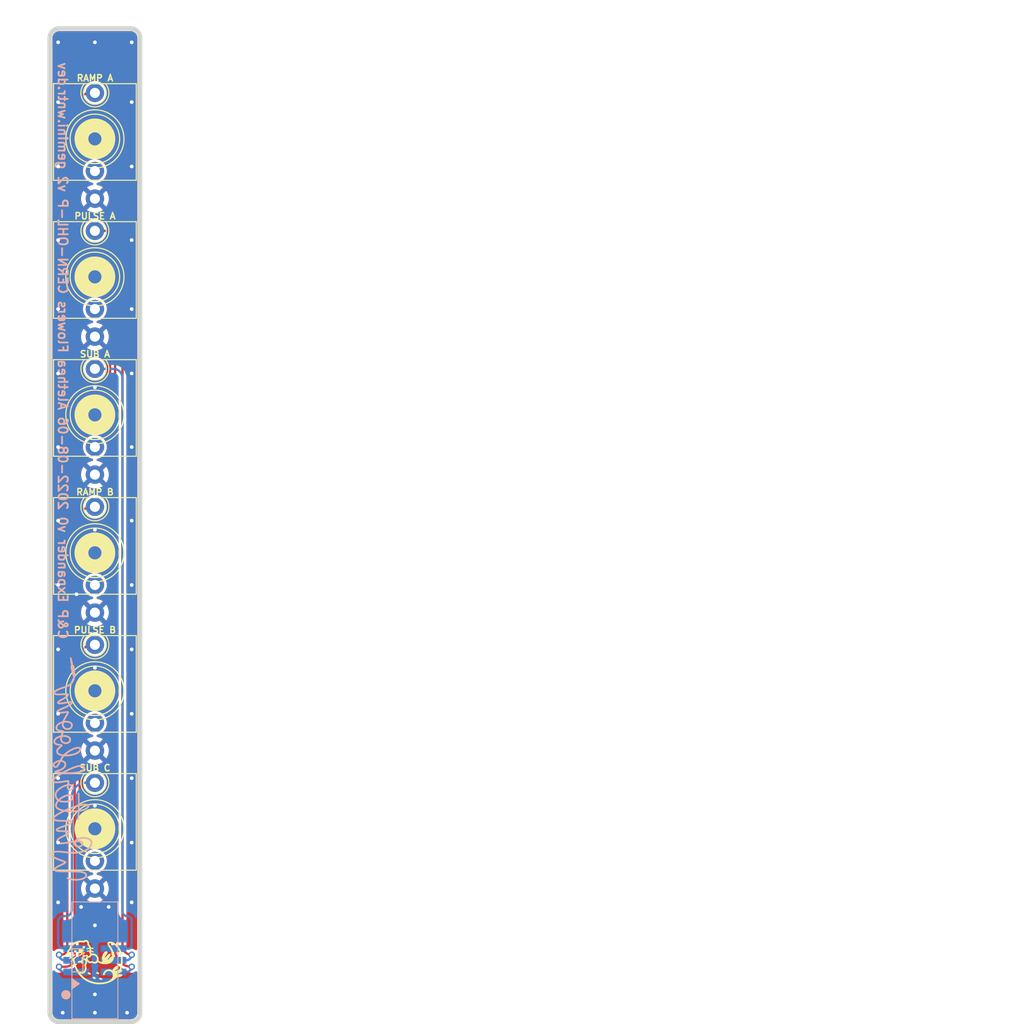
<source format=kicad_pcb>
(kicad_pcb (version 20241229) (generator "pcbnew") (generator_version "9.0")
  (title_block (title "C&P Expander") (date "2022-08-06") (rev "v0") (company "Winterbloom") (comment 1 "Alethea Flowers") (comment 2 "CERN-OHL-P v2") (comment 3 "gemini.wntr.dev"))
  (layers (0 "F.Cu" signal) (2 "B.Cu" signal) (13 "F.Paste" user) (15 "B.Paste" user) (5 "F.SilkS" user "F.Silkscreen") (7 "B.SilkS" user "B.Silkscreen") (1 "F.Mask" user) (3 "B.Mask" user) (25 "Edge.Cuts" user))
  (net 0 "")
  (net 1 "GND")
  (net 2 "/POLLUX_PULSE_IN")
  (net 3 "/CASTOR_RAMP_IN")
  (net 4 "/POLLUX_RAMP_IN")
  (net 5 "/CASTOR_PULSE_IN")
  (net 6 "/POLLUX_SUB_IN")
  (net 7 "/CASTOR_SUB_IN")
  (footprint "winterbloom:AudioJack_WQP518MA" (layer "F.Cu") (at 95.7 94.7)
    (property "Reference" "J4" (hide yes))
    (property "Value" "SUB A" (at 0.01 -6.61 180) (layer "F.SilkS") (effects (font (size 0.7 0.7))))
    (pad "S" thru_hole circle (at 0 6.5) (size 2 2) (drill 1.1) (layers "*.Cu" "*.Mask") (net 1 "GND"))
    (pad "T" thru_hole circle (at 0 -5) (size 2 2) (drill 1.1) (layers "*.Cu" "*.Mask") (net 7 "/CASTOR_SUB_IN"))
    (pad "TN" thru_hole circle (at 0 3.5) (size 2 2) (drill 1.1) (layers "*.Cu" "*.Mask"))
    (zone (net 0) (net_name "") (layer "F.Cu") (connect_pads (clearance 0)) (min_thickness 0.254)
      (keepout (tracks not_allowed) (vias not_allowed) (pads not_allowed) (copperpour not_allowed) (footprints not_allowed))
      (fill (thermal_gap 0.508) (thermal_bridge_width 0.508))
      (polygon (pts (xy 96.6 93.5) (xy 97.1 94.1) (xy 97.2 94.7) (xy 97.1 95.3) (xy 96.6 95.9) (xy 95.7 96.2) (xy 94.8 95.9) (xy 94.3 95.3) (xy 94.2 94.7) (xy 94.3 94.1) (xy 94.8 93.5) (xy 95.7 93.2)))
    )
  )
  (footprint "winterbloom:AudioJack_WQP518MA" (layer "F.Cu") (at 95.7 109.7)
    (property "Reference" "J5" (hide yes))
    (property "Value" "RAMP B" (at 0.01 -6.61 180) (layer "F.SilkS") (effects (font (size 0.7 0.7))))
    (pad "S" thru_hole circle (at 0 6.5) (size 2 2) (drill 1.1) (layers "*.Cu" "*.Mask") (net 1 "GND"))
    (pad "T" thru_hole circle (at 0 -5) (size 2 2) (drill 1.1) (layers "*.Cu" "*.Mask") (net 4 "/POLLUX_RAMP_IN"))
    (pad "TN" thru_hole circle (at 0 3.5) (size 2 2) (drill 1.1) (layers "*.Cu" "*.Mask"))
    (zone (net 0) (net_name "") (layer "F.Cu") (connect_pads (clearance 0)) (min_thickness 0.254)
      (keepout (tracks not_allowed) (vias not_allowed) (pads not_allowed) (copperpour not_allowed) (footprints not_allowed))
      (fill (thermal_gap 0.508) (thermal_bridge_width 0.508))
      (polygon (pts (xy 96.6 108.5) (xy 97.1 109.1) (xy 97.2 109.7) (xy 97.1 110.3) (xy 96.6 110.9) (xy 95.7 111.2) (xy 94.8 110.9) (xy 94.3 110.3) (xy 94.2 109.7) (xy 94.3 109.1) (xy 94.8 108.5) (xy 95.7 108.2)))
    )
  )
  (footprint "winterbloom:AudioJack_WQP518MA" (layer "F.Cu") (at 95.7 124.7)
    (property "Reference" "J6" (hide yes))
    (property "Value" "PULSE B" (at 0.01 -6.61 180) (layer "F.SilkS") (effects (font (size 0.7 0.7))))
    (pad "S" thru_hole circle (at 0 6.5) (size 2 2) (drill 1.1) (layers "*.Cu" "*.Mask") (net 1 "GND"))
    (pad "T" thru_hole circle (at 0 -5) (size 2 2) (drill 1.1) (layers "*.Cu" "*.Mask") (net 2 "/POLLUX_PULSE_IN"))
    (pad "TN" thru_hole circle (at 0 3.5) (size 2 2) (drill 1.1) (layers "*.Cu" "*.Mask"))
    (zone (net 0) (net_name "") (layer "F.Cu") (connect_pads (clearance 0)) (min_thickness 0.254)
      (keepout (tracks not_allowed) (vias not_allowed) (pads not_allowed) (copperpour not_allowed) (footprints not_allowed))
      (fill (thermal_gap 0.508) (thermal_bridge_width 0.508))
      (polygon (pts (xy 96.6 123.5) (xy 97.1 124.1) (xy 97.2 124.7) (xy 97.1 125.3) (xy 96.6 125.9) (xy 95.7 126.2) (xy 94.8 125.9) (xy 94.3 125.3) (xy 94.2 124.7) (xy 94.3 124.1) (xy 94.8 123.5) (xy 95.7 123.2)))
    )
  )
  (footprint "winterbloom:AudioJack_WQP518MA" (layer "F.Cu") (at 95.7 79.7)
    (property "Reference" "J3" (hide yes))
    (property "Value" "PULSE A" (at 0.01 -6.61 180) (layer "F.SilkS") (effects (font (size 0.7 0.7))))
    (pad "S" thru_hole circle (at 0 6.5) (size 2 2) (drill 1.1) (layers "*.Cu" "*.Mask") (net 1 "GND"))
    (pad "T" thru_hole circle (at 0 -5) (size 2 2) (drill 1.1) (layers "*.Cu" "*.Mask") (net 5 "/CASTOR_PULSE_IN"))
    (pad "TN" thru_hole circle (at 0 3.5) (size 2 2) (drill 1.1) (layers "*.Cu" "*.Mask"))
    (zone (net 0) (net_name "") (layer "F.Cu") (connect_pads (clearance 0)) (min_thickness 0.254)
      (keepout (tracks not_allowed) (vias not_allowed) (pads not_allowed) (copperpour not_allowed) (footprints not_allowed))
      (fill (thermal_gap 0.508) (thermal_bridge_width 0.508))
      (polygon (pts (xy 96.6 78.5) (xy 97.1 79.1) (xy 97.2 79.7) (xy 97.1 80.3) (xy 96.6 80.9) (xy 95.7 81.2) (xy 94.8 80.9) (xy 94.3 80.3) (xy 94.2 79.7) (xy 94.3 79.1) (xy 94.8 78.5) (xy 95.7 78.2)))
    )
  )
  (footprint "winterbloom:AudioJack_WQP518MA" (layer "F.Cu") (at 95.7 139.7)
    (property "Reference" "J7" (hide yes))
    (property "Value" "SUB C" (at 0.01 -6.61 180) (layer "F.SilkS") (effects (font (size 0.7 0.7))))
    (pad "S" thru_hole circle (at 0 6.5) (size 2 2) (drill 1.1) (layers "*.Cu" "*.Mask") (net 1 "GND"))
    (pad "T" thru_hole circle (at 0 -5) (size 2 2) (drill 1.1) (layers "*.Cu" "*.Mask") (net 6 "/POLLUX_SUB_IN"))
    (pad "TN" thru_hole circle (at 0 3.5) (size 2 2) (drill 1.1) (layers "*.Cu" "*.Mask"))
    (zone (net 0) (net_name "") (layer "F.Cu") (connect_pads (clearance 0)) (min_thickness 0.254)
      (keepout (tracks not_allowed) (vias not_allowed) (pads not_allowed) (copperpour not_allowed) (footprints not_allowed))
      (fill (thermal_gap 0.508) (thermal_bridge_width 0.508))
      (polygon (pts (xy 96.6 138.5) (xy 97.1 139.1) (xy 97.2 139.7) (xy 97.1 140.3) (xy 96.6 140.9) (xy 95.7 141.2) (xy 94.8 140.9) (xy 94.3 140.3) (xy 94.2 139.7) (xy 94.3 139.1) (xy 94.8 138.5) (xy 95.7 138.2)))
    )
  )
  (footprint "winterbloom:AudioJack_WQP518MA" (layer "F.Cu") (at 95.7 64.7)
    (property "Reference" "J2" (hide yes))
    (property "Value" "RAMP A" (at 0.01 -6.61 180) (layer "F.SilkS") (effects (font (size 0.7 0.7))))
    (pad "S" thru_hole circle (at 0 6.5) (size 2 2) (drill 1.1) (layers "*.Cu" "*.Mask") (net 1 "GND"))
    (pad "T" thru_hole circle (at 0 -5) (size 2 2) (drill 1.1) (layers "*.Cu" "*.Mask") (net 3 "/CASTOR_RAMP_IN"))
    (pad "TN" thru_hole circle (at 0 3.5) (size 2 2) (drill 1.1) (layers "*.Cu" "*.Mask"))
    (zone (net 0) (net_name "") (layer "F.Cu") (connect_pads (clearance 0)) (min_thickness 0.254)
      (keepout (tracks not_allowed) (vias not_allowed) (pads not_allowed) (copperpour not_allowed) (footprints not_allowed))
      (fill (thermal_gap 0.508) (thermal_bridge_width 0.508))
      (polygon (pts (xy 96.6 63.5) (xy 97.1 64.1) (xy 97.2 64.7) (xy 97.1 65.3) (xy 96.6 65.9) (xy 95.7 66.2) (xy 94.8 65.9) (xy 94.3 65.3) (xy 94.2 64.7) (xy 94.3 64.1) (xy 94.8 63.5) (xy 95.7 63.2)))
    )
  )
  (footprint "Graphics" (layer "F.Cu") (at 95.7 154.2)
    (property "Reference" "" (at 0 0 0) (layer "F.SilkS") (effects (font (size 1.27 1.27))))
    (property "Value" "" (at 0 0 0) (layer "F.SilkS") (effects (font (size 1.27 1.27))))
  )
  (footprint "winterbloom:Symbol_Winterbloom_25mm" (layer "B.Cu") (at 93.2 133.2 90)
    (property "Reference" "G***" (hide yes))
    (property "Value" "LOGO" (hide yes))
  )
  (footprint "winterbloom:Connector_Cortex_Debug_IDC_2x05_P1.27mm_Vertical_Shrouded_SMD" (layer "B.Cu") (at 95.7 154)
    (property "Reference" "J1" (hide yes))
    (property "Value" "EXT" (hide yes))
    (pad "1" smd rect (at -2.03 2.54) (size 2.79 0.74) (layers "B.Cu" "B.Mask" "B.Paste") (net 1 "GND"))
    (pad "2" smd rect (at 2.03 2.54) (size 2.79 0.74) (layers "B.Cu" "B.Mask" "B.Paste") (net 1 "GND"))
    (pad "3" smd rect (at -2.03 1.27) (size 2.79 0.74) (layers "B.Cu" "B.Mask" "B.Paste") (net 2 "/POLLUX_PULSE_IN"))
    (pad "4" smd rect (at 2.03 1.27) (size 2.79 0.74) (layers "B.Cu" "B.Mask" "B.Paste") (net 3 "/CASTOR_RAMP_IN"))
    (pad "5" smd rect (at -2.03 0) (size 2.79 0.74) (layers "B.Cu" "B.Mask" "B.Paste") (net 4 "/POLLUX_RAMP_IN"))
    (pad "6" smd rect (at 2.03 0) (size 2.79 0.74) (layers "B.Cu" "B.Mask" "B.Paste") (net 5 "/CASTOR_PULSE_IN"))
    (pad "7" smd rect (at -2.03 -1.27) (size 2.79 0.74) (layers "B.Cu" "B.Mask" "B.Paste") (net 6 "/POLLUX_SUB_IN"))
    (pad "8" smd rect (at 2.03 -1.27) (size 2.79 0.74) (layers "B.Cu" "B.Mask" "B.Paste") (net 7 "/CASTOR_SUB_IN"))
    (pad "9" smd rect (at -2.03 -2.54) (size 2.79 0.74) (layers "B.Cu" "B.Mask" "B.Paste") (net 1 "GND"))
    (pad "10" smd rect (at 2.03 -2.54) (size 2.79 0.74) (layers "B.Cu" "B.Mask" "B.Paste") (net 1 "GND"))
  )
  (gr_arc (start 100.6 159.7) (mid 100.307107 160.407107) (end 99.6 160.7) (stroke (width 0.5)) (layer "Edge.Cuts"))
  (gr_arc (start 91.8 160.7) (mid 91.092893 160.407107) (end 90.8 159.7) (stroke (width 0.5)) (layer "Edge.Cuts"))
  (gr_arc (start 99.6 52.7) (mid 100.307107 52.992893) (end 100.6 53.7) (stroke (width 0.5)) (layer "Edge.Cuts"))
  (gr_line (start 91.8 52.7) (end 99.6 52.7) (stroke (width 0.5)) (layer "Edge.Cuts"))
  (gr_arc (start 90.8 53.7) (mid 91.092893 52.992893) (end 91.8 52.7) (stroke (width 0.5)) (layer "Edge.Cuts"))
  (gr_line (start 90.8 159.7) (end 90.8 53.7) (stroke (width 0.5)) (layer "Edge.Cuts"))
  (gr_line (start 99.6 160.7) (end 91.8 160.7) (stroke (width 0.5)) (layer "Edge.Cuts"))
  (gr_line (start 100.6 53.7) (end 100.6 159.7) (stroke (width 0.5)) (layer "Edge.Cuts"))
  (gr_text "${TITLE} ${REVISION} ${ISSUE_DATE} ${COMMENT1} ${COMMENT2} ${COMMENT3}" (at 92.2 119.2 -90) (layer "B.SilkS") (effects (font (size 1 1) (thickness 0.2)) (justify left mirror)))
  (via (at 91.7 127.2) (size 0.7) (drill 0.4) (layers "F.Cu" "B.Cu") (net 1))
  (via (at 97.2 148.2) (size 0.7) (drill 0.4) (layers "F.Cu" "B.Cu") (net 1))
  (via (at 99.7 83.2) (size 0.7) (drill 0.4) (layers "F.Cu" "B.Cu") (net 1))
  (via (at 95.7 107.2) (size 0.7) (drill 0.4) (layers "F.Cu" "B.Cu") (net 1))
  (via (at 91.7 90.2) (size 0.7) (drill 0.4) (layers "F.Cu" "B.Cu") (net 1))
  (via (at 95.7 159.7) (size 0.7) (drill 0.4) (layers "F.Cu" "B.Cu") (net 1))
  (via (at 99.7 141.2) (size 0.7) (drill 0.4) (layers "F.Cu" "B.Cu") (net 1))
  (via (at 93.7 114.2) (size 0.7) (drill 0.4) (layers "F.Cu" "B.Cu") (net 1))
  (via (at 99.2 159.7) (size 0.7) (drill 0.4) (layers "F.Cu" "B.Cu") (net 1))
  (via (at 91.7 134.2) (size 0.7) (drill 0.4) (layers "F.Cu" "B.Cu") (net 1))
  (via (at 95.7 137.2) (size 0.7) (drill 0.4) (layers "F.Cu" "B.Cu") (net 1))
  (via (at 99.7 147.7) (size 0.7) (drill 0.4) (layers "F.Cu" "B.Cu") (net 1))
  (via (at 99.7 127.2) (size 0.7) (drill 0.4) (layers "F.Cu" "B.Cu") (net 1))
  (via (at 94.2 148.2) (size 0.7) (drill 0.4) (layers "F.Cu" "B.Cu") (net 1))
  (via (at 99.7 98.2) (size 0.7) (drill 0.4) (layers "F.Cu" "B.Cu") (net 1))
  (via (at 99.7 60.7) (size 0.7) (drill 0.4) (layers "F.Cu" "B.Cu") (net 1))
  (via (at 91.7 67.7) (size 0.7) (drill 0.4) (layers "F.Cu" "B.Cu") (net 1))
  (via (at 99.7 106.2) (size 0.7) (drill 0.4) (layers "F.Cu" "B.Cu") (net 1))
  (via (at 95.7 54.2) (size 0.7) (drill 0.4) (layers "F.Cu" "B.Cu") (net 1))
  (via (at 91.7 75.7) (size 0.7) (drill 0.4) (layers "F.Cu" "B.Cu") (net 1))
  (via (at 92.2 159.7) (size 0.7) (drill 0.4) (layers "F.Cu" "B.Cu") (net 1))
  (via (at 99.7 113.2) (size 0.7) (drill 0.4) (layers "F.Cu" "B.Cu") (net 1))
  (via (at 99.7 90.2) (size 0.7) (drill 0.4) (layers "F.Cu" "B.Cu") (net 1))
  (via (at 91.7 98.2) (size 0.7) (drill 0.4) (layers "F.Cu" "B.Cu") (net 1))
  (via (at 91.7 83.2) (size 0.7) (drill 0.4) (layers "F.Cu" "B.Cu") (net 1))
  (via (at 99.7 54.2) (size 0.7) (drill 0.4) (layers "F.Cu" "B.Cu") (net 1))
  (via (at 95.7 91.7) (size 0.7) (drill 0.4) (layers "F.Cu" "B.Cu") (net 1))
  (via (at 99.7 120.2) (size 0.7) (drill 0.4) (layers "F.Cu" "B.Cu") (net 1))
  (via (at 95.7 150.2) (size 0.7) (drill 0.4) (layers "F.Cu" "B.Cu") (net 1))
  (via (at 99.7 75.7) (size 0.7) (drill 0.4) (layers "F.Cu" "B.Cu") (net 1))
  (via (at 91.7 54.2) (size 0.7) (drill 0.4) (layers "F.Cu" "B.Cu") (net 1))
  (via (at 91.7 106.2) (size 0.7) (drill 0.4) (layers "F.Cu" "B.Cu") (net 1))
  (via (at 95.7 157.7) (size 0.7) (drill 0.4) (layers "F.Cu" "B.Cu") (net 1))
  (via (at 91.7 147.7) (size 0.7) (drill 0.4) (layers "F.Cu" "B.Cu") (net 1))
  (via (at 95.7 122.2) (size 0.7) (drill 0.4) (layers "F.Cu" "B.Cu") (net 1))
  (via (at 99.7 67.7) (size 0.7) (drill 0.4) (layers "F.Cu" "B.Cu") (net 1))
  (via (at 91.7 141.2) (size 0.7) (drill 0.4) (layers "F.Cu" "B.Cu") (net 1))
  (via (at 91.7 60.7) (size 0.7) (drill 0.4) (layers "F.Cu" "B.Cu") (net 1))
  (via (at 91.7 120.2) (size 0.7) (drill 0.4) (layers "F.Cu" "B.Cu") (net 1))
  (via (at 99.7 134.2) (size 0.7) (drill 0.4) (layers "F.Cu" "B.Cu") (net 1))
  (via (at 91.7 113.2) (size 0.7) (drill 0.4) (layers "F.Cu" "B.Cu") (net 1))
  (segment (start 91.8 154.7) (end 92.5 154.7) (width 0.25) (layer "F.Cu") (net 2))
  (segment (start 93.5 153.7) (end 93.5 121.9) (width 0.25) (layer "F.Cu") (net 2))
  (via (at 91.8 154.7) (size 0.7) (drill 0.4) (layers "F.Cu" "B.Cu") (net 2))
  (arc (start 93.5 121.9) (mid 94.144365 120.344365) (end 95.7 119.7) (width 0.25) (layer "F.Cu") (net 2))
  (arc (start 92.5 154.7) (mid 93.207107 154.407107) (end 93.5 153.7) (width 0.25) (layer "F.Cu") (net 2))
  (segment (start 93.67 155.27) (end 92.37 155.27) (width 0.25) (layer "B.Cu") (net 2))
  (arc (start 92.37 155.27) (mid 91.966949 155.103051) (end 91.8 154.7) (width 0.25) (layer "B.Cu") (net 2))
  (segment (start 93.1 74.8) (end 93.1 62) (width 0.25) (layer "F.Cu") (net 3))
  (segment (start 95.4 59.7) (end 95.7 59.7) (width 0.25) (layer "F.Cu") (net 3))
  (segment (start 97.9 152.9) (end 97.9 79.6) (width 0.25) (layer "F.Cu") (net 3))
  (via (at 99.7 154.7) (size 0.7) (drill 0.4) (layers "F.Cu" "B.Cu") (net 3))
  (arc (start 97.9 79.6) (mid 97.255635 78.044365) (end 95.7 77.4) (width 0.25) (layer "F.Cu") (net 3))
  (arc (start 99.7 154.7) (mid 98.427208 154.172792) (end 97.9 152.9) (width 0.25) (layer "F.Cu") (net 3))
  (arc (start 93.1 62) (mid 93.773654 60.373654) (end 95.4 59.7) (width 0.25) (layer "F.Cu") (net 3))
  (arc (start 95.7 77.4) (mid 93.861522 76.638478) (end 93.1 74.8) (width 0.25) (layer "F.Cu") (net 3))
  (segment (start 97.73 155.27) (end 99.13 155.27) (width 0.25) (layer "B.Cu") (net 3))
  (arc (start 99.13 155.27) (mid 99.533051 155.103051) (end 99.7 154.7) (width 0.25) (layer "B.Cu") (net 3))
  (segment (start 91.8 153.4) (end 92 153.4) (width 0.25) (layer "F.Cu") (net 4))
  (segment (start 92.7 152.7) (end 92.7 107.7) (width 0.25) (layer "F.Cu") (net 4))
  (via (at 91.8 153.4) (size 0.7) (drill 0.4) (layers "F.Cu" "B.Cu") (net 4))
  (arc (start 92 153.4) (mid 92.494975 153.194975) (end 92.7 152.7) (width 0.25) (layer "F.Cu") (net 4))
  (arc (start 92.7 107.7) (mid 93.57868 105.57868) (end 95.7 104.7) (width 0.25) (layer "F.Cu") (net 4))
  (segment (start 93.67 154) (end 92.4 154) (width 0.25) (layer "B.Cu") (net 4))
  (arc (start 92.4 154) (mid 91.975736 153.824264) (end 91.8 153.4) (width 0.25) (layer "B.Cu") (net 4))
  (segment (start 96.9 74.7) (end 95.7 74.7) (width 0.25) (layer "F.Cu") (net 5))
  (segment (start 98.7 152.4) (end 98.7 76.5) (width 0.25) (layer "F.Cu") (net 5))
  (via (at 99.7 153.4) (size 0.7) (drill 0.4) (layers "F.Cu" "B.Cu") (net 5))
  (arc (start 99.7 153.4) (mid 98.992893 153.107107) (end 98.7 152.4) (width 0.25) (layer "F.Cu") (net 5))
  (arc (start 98.7 76.5) (mid 98.172792 75.227208) (end 96.9 74.7) (width 0.25) (layer "F.Cu") (net 5))
  (segment (start 97.73 154) (end 99.1 154) (width 0.25) (layer "B.Cu") (net 5))
  (arc (start 99.1 154) (mid 99.524264 153.824264) (end 99.7 153.4) (width 0.25) (layer "B.Cu") (net 5))
  (segment (start 91.7 149.807461) (end 91.7 152.1) (width 0.25) (layer "B.Cu") (net 6))
  (segment (start 92.3 152.7) (end 93.64 152.7) (width 0.25) (layer "B.Cu") (net 6))
  (segment (start 92.516553 149.2) (end 92.307461 149.2) (width 0.25) (layer "B.Cu") (net 6))
  (segment (start 95.7 134.7) (end 94.7 134.7) (width 0.25) (layer "B.Cu") (net 6))
  (segment (start 93.2 136.2) (end 93.2 148.516553) (width 0.25) (layer "B.Cu") (net 6))
  (arc (start 94.7 134.7) (mid 93.63934 135.13934) (end 93.2 136.2) (width 0.25) (layer "B.Cu") (net 6))
  (arc (start 93.2 148.516553) (mid 92.999823 148.999823) (end 92.516553 149.2) (width 0.25) (layer "B.Cu") (net 6))
  (arc (start 91.7 152.1) (mid 91.875736 152.524264) (end 92.3 152.7) (width 0.25) (layer "B.Cu") (net 6))
  (arc (start 92.307461 149.2) (mid 91.877921 149.377921) (end 91.7 149.807461) (width 0.25) (layer "B.Cu") (net 6))
  (arc (start 93.64 152.7) (mid 93.661213 152.708787) (end 93.67 152.73) (width 0.25) (layer "B.Cu") (net 6))
  (segment (start 97.7 89.7) (end 95.7 89.7) (width 0.25) (layer "B.Cu") (net 7))
  (segment (start 99.7 152.385227) (end 99.7 149.7) (width 0.25) (layer "B.Cu") (net 7))
  (segment (start 97.73 152.73) (end 99.355227 152.73) (width 0.25) (layer "B.Cu") (net 7))
  (segment (start 98.7 148.7) (end 98.7 90.7) (width 0.25) (layer "B.Cu") (net 7))
  (arc (start 99.2 149.2) (mid 98.846447 149.053553) (end 98.7 148.7) (width 0.25) (layer "B.Cu") (net 7))
  (arc (start 99.355227 152.73) (mid 99.599018 152.629018) (end 99.7 152.385227) (width 0.25) (layer "B.Cu") (net 7))
  (arc (start 99.7 149.7) (mid 99.553553 149.346447) (end 99.2 149.2) (width 0.25) (layer "B.Cu") (net 7))
  (arc (start 98.7 90.7) (mid 98.407107 89.992893) (end 97.7 89.7) (width 0.25) (layer "B.Cu") (net 7))
  (zone (net 1) (net_name "GND") (layer "F.Cu") (connect_pads (clearance 0.3)) (min_thickness 0.254) (fill yes (thermal_gap 0.508) (thermal_bridge_width 0.508))
    (polygon (pts (xy 100.6 160.7) (xy 90.8 160.7) (xy 90.8 52.7) (xy 100.6 52.7)))
  )
  (zone (net 1) (net_name "GND") (layer "B.Cu") (connect_pads thru_hole_only (clearance 0.3)) (min_thickness 0.254) (fill yes (thermal_gap 0.508) (thermal_bridge_width 0.508))
    (polygon (pts (xy 100.6 160.7) (xy 90.8 160.7) (xy 90.8 52.7) (xy 100.6 52.7)))
  )
)
</source>
